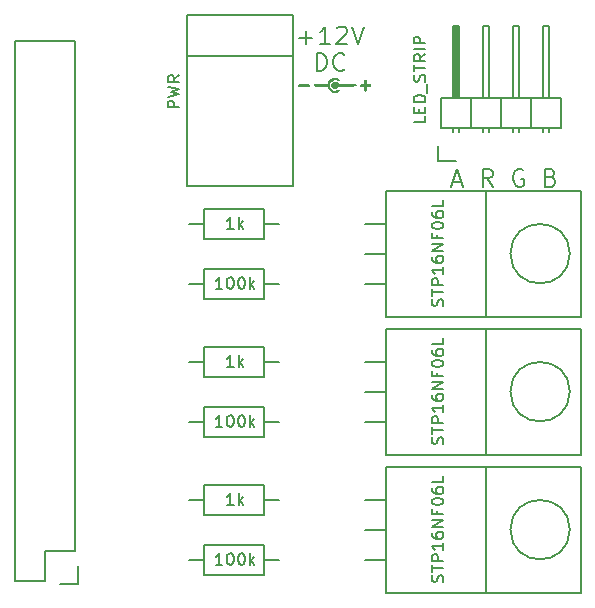
<source format=gto>
G04 #@! TF.FileFunction,Legend,Top*
%FSLAX46Y46*%
G04 Gerber Fmt 4.6, Leading zero omitted, Abs format (unit mm)*
G04 Created by KiCad (PCBNEW (2015-08-15 BZR 6094)-product) date Mon 17 Aug 2015 18:15:34 BST*
%MOMM*%
G01*
G04 APERTURE LIST*
%ADD10C,0.100000*%
%ADD11C,0.150000*%
%ADD12C,0.010000*%
G04 APERTURE END LIST*
D10*
D11*
X128266572Y-74164000D02*
X128980858Y-74164000D01*
X128123715Y-74592571D02*
X128623715Y-73092571D01*
X129123715Y-74592571D01*
X131623715Y-74592571D02*
X131123715Y-73878286D01*
X130766572Y-74592571D02*
X130766572Y-73092571D01*
X131338000Y-73092571D01*
X131480858Y-73164000D01*
X131552286Y-73235429D01*
X131623715Y-73378286D01*
X131623715Y-73592571D01*
X131552286Y-73735429D01*
X131480858Y-73806857D01*
X131338000Y-73878286D01*
X130766572Y-73878286D01*
X134195143Y-73164000D02*
X134052286Y-73092571D01*
X133838000Y-73092571D01*
X133623715Y-73164000D01*
X133480857Y-73306857D01*
X133409429Y-73449714D01*
X133338000Y-73735429D01*
X133338000Y-73949714D01*
X133409429Y-74235429D01*
X133480857Y-74378286D01*
X133623715Y-74521143D01*
X133838000Y-74592571D01*
X133980857Y-74592571D01*
X134195143Y-74521143D01*
X134266572Y-74449714D01*
X134266572Y-73949714D01*
X133980857Y-73949714D01*
X136552286Y-73806857D02*
X136766572Y-73878286D01*
X136838000Y-73949714D01*
X136909429Y-74092571D01*
X136909429Y-74306857D01*
X136838000Y-74449714D01*
X136766572Y-74521143D01*
X136623714Y-74592571D01*
X136052286Y-74592571D01*
X136052286Y-73092571D01*
X136552286Y-73092571D01*
X136695143Y-73164000D01*
X136766572Y-73235429D01*
X136838000Y-73378286D01*
X136838000Y-73521143D01*
X136766572Y-73664000D01*
X136695143Y-73735429D01*
X136552286Y-73806857D01*
X136052286Y-73806857D01*
X115213144Y-61974143D02*
X116356001Y-61974143D01*
X115784572Y-62545571D02*
X115784572Y-61402714D01*
X117856001Y-62545571D02*
X116998858Y-62545571D01*
X117427430Y-62545571D02*
X117427430Y-61045571D01*
X117284573Y-61259857D01*
X117141715Y-61402714D01*
X116998858Y-61474143D01*
X118427429Y-61188429D02*
X118498858Y-61117000D01*
X118641715Y-61045571D01*
X118998858Y-61045571D01*
X119141715Y-61117000D01*
X119213144Y-61188429D01*
X119284572Y-61331286D01*
X119284572Y-61474143D01*
X119213144Y-61688429D01*
X118356001Y-62545571D01*
X119284572Y-62545571D01*
X119713143Y-61045571D02*
X120213143Y-62545571D01*
X120713143Y-61045571D01*
X116713143Y-64795571D02*
X116713143Y-63295571D01*
X117070286Y-63295571D01*
X117284571Y-63367000D01*
X117427429Y-63509857D01*
X117498857Y-63652714D01*
X117570286Y-63938429D01*
X117570286Y-64152714D01*
X117498857Y-64438429D01*
X117427429Y-64581286D01*
X117284571Y-64724143D01*
X117070286Y-64795571D01*
X116713143Y-64795571D01*
X119070286Y-64652714D02*
X118998857Y-64724143D01*
X118784571Y-64795571D01*
X118641714Y-64795571D01*
X118427429Y-64724143D01*
X118284571Y-64581286D01*
X118213143Y-64438429D01*
X118141714Y-64152714D01*
X118141714Y-63938429D01*
X118213143Y-63652714D01*
X118284571Y-63509857D01*
X118427429Y-63367000D01*
X118641714Y-63295571D01*
X118784571Y-63295571D01*
X118998857Y-63367000D01*
X119070286Y-63438429D01*
X114736880Y-63563500D02*
X105735120Y-63563500D01*
X114736880Y-60063380D02*
X105735120Y-60063380D01*
X105735120Y-60063380D02*
X105735120Y-74564240D01*
X105735120Y-74564240D02*
X114736880Y-74564240D01*
X114736880Y-74564240D02*
X114736880Y-60063380D01*
X126974000Y-72420000D02*
X128524000Y-72420000D01*
X126974000Y-71120000D02*
X126974000Y-72420000D01*
X128397000Y-66929000D02*
X128397000Y-61087000D01*
X128397000Y-61087000D02*
X128651000Y-61087000D01*
X128651000Y-61087000D02*
X128651000Y-66929000D01*
X128651000Y-66929000D02*
X128524000Y-66929000D01*
X128524000Y-66929000D02*
X128524000Y-61087000D01*
X128270000Y-69596000D02*
X128270000Y-69977000D01*
X128778000Y-69596000D02*
X128778000Y-69977000D01*
X130810000Y-69596000D02*
X130810000Y-69977000D01*
X131318000Y-69596000D02*
X131318000Y-69977000D01*
X133350000Y-69596000D02*
X133350000Y-69977000D01*
X133858000Y-69596000D02*
X133858000Y-69977000D01*
X136398000Y-69596000D02*
X136398000Y-69977000D01*
X135890000Y-69596000D02*
X135890000Y-69977000D01*
X127254000Y-69596000D02*
X127254000Y-67056000D01*
X129794000Y-69596000D02*
X129794000Y-67056000D01*
X129794000Y-69596000D02*
X132334000Y-69596000D01*
X132334000Y-69596000D02*
X132334000Y-67056000D01*
X130810000Y-67056000D02*
X130810000Y-60960000D01*
X130810000Y-60960000D02*
X131318000Y-60960000D01*
X131318000Y-60960000D02*
X131318000Y-67056000D01*
X132334000Y-67056000D02*
X129794000Y-67056000D01*
X129794000Y-67056000D02*
X127254000Y-67056000D01*
X128778000Y-60960000D02*
X128778000Y-67056000D01*
X128270000Y-60960000D02*
X128778000Y-60960000D01*
X128270000Y-67056000D02*
X128270000Y-60960000D01*
X129794000Y-69596000D02*
X129794000Y-67056000D01*
X127254000Y-69596000D02*
X129794000Y-69596000D01*
X134874000Y-69596000D02*
X134874000Y-67056000D01*
X134874000Y-69596000D02*
X137414000Y-69596000D01*
X137414000Y-69596000D02*
X137414000Y-67056000D01*
X135890000Y-67056000D02*
X135890000Y-60960000D01*
X135890000Y-60960000D02*
X136398000Y-60960000D01*
X136398000Y-60960000D02*
X136398000Y-67056000D01*
X137414000Y-67056000D02*
X134874000Y-67056000D01*
X134874000Y-67056000D02*
X132334000Y-67056000D01*
X133858000Y-60960000D02*
X133858000Y-67056000D01*
X133350000Y-60960000D02*
X133858000Y-60960000D01*
X133350000Y-67056000D02*
X133350000Y-60960000D01*
X134874000Y-69596000D02*
X134874000Y-67056000D01*
X132334000Y-69596000D02*
X134874000Y-69596000D01*
X132334000Y-69596000D02*
X132334000Y-67056000D01*
X112268000Y-78994000D02*
X107188000Y-78994000D01*
X107188000Y-78994000D02*
X107188000Y-76454000D01*
X107188000Y-76454000D02*
X112268000Y-76454000D01*
X112268000Y-76454000D02*
X112268000Y-78994000D01*
X112268000Y-77724000D02*
X113538000Y-77724000D01*
X107188000Y-77724000D02*
X105918000Y-77724000D01*
X112268000Y-90678000D02*
X107188000Y-90678000D01*
X107188000Y-90678000D02*
X107188000Y-88138000D01*
X107188000Y-88138000D02*
X112268000Y-88138000D01*
X112268000Y-88138000D02*
X112268000Y-90678000D01*
X112268000Y-89408000D02*
X113538000Y-89408000D01*
X107188000Y-89408000D02*
X105918000Y-89408000D01*
X112268000Y-102362000D02*
X107188000Y-102362000D01*
X107188000Y-102362000D02*
X107188000Y-99822000D01*
X107188000Y-99822000D02*
X112268000Y-99822000D01*
X112268000Y-99822000D02*
X112268000Y-102362000D01*
X112268000Y-101092000D02*
X113538000Y-101092000D01*
X107188000Y-101092000D02*
X105918000Y-101092000D01*
X112268000Y-84074000D02*
X107188000Y-84074000D01*
X107188000Y-84074000D02*
X107188000Y-81534000D01*
X107188000Y-81534000D02*
X112268000Y-81534000D01*
X112268000Y-81534000D02*
X112268000Y-84074000D01*
X112268000Y-82804000D02*
X113538000Y-82804000D01*
X107188000Y-82804000D02*
X105918000Y-82804000D01*
X112268000Y-95758000D02*
X107188000Y-95758000D01*
X107188000Y-95758000D02*
X107188000Y-93218000D01*
X107188000Y-93218000D02*
X112268000Y-93218000D01*
X112268000Y-93218000D02*
X112268000Y-95758000D01*
X112268000Y-94488000D02*
X113538000Y-94488000D01*
X107188000Y-94488000D02*
X105918000Y-94488000D01*
X112268000Y-107442000D02*
X107188000Y-107442000D01*
X107188000Y-107442000D02*
X107188000Y-104902000D01*
X107188000Y-104902000D02*
X112268000Y-104902000D01*
X112268000Y-104902000D02*
X112268000Y-107442000D01*
X112268000Y-106172000D02*
X113538000Y-106172000D01*
X107188000Y-106172000D02*
X105918000Y-106172000D01*
X138150472Y-80264000D02*
G75*
G03X138150472Y-80264000I-2514472J0D01*
G01*
X122555000Y-77724000D02*
X120777000Y-77724000D01*
X122555000Y-80264000D02*
X120777000Y-80264000D01*
X122555000Y-82804000D02*
X120777000Y-82804000D01*
X131064000Y-85598000D02*
X139065000Y-85598000D01*
X139065000Y-85598000D02*
X139065000Y-74930000D01*
X139065000Y-74930000D02*
X131064000Y-74930000D01*
X122555000Y-85598000D02*
X131064000Y-85598000D01*
X131064000Y-85598000D02*
X131064000Y-74930000D01*
X131064000Y-74930000D02*
X122555000Y-74930000D01*
X122555000Y-80264000D02*
X122555000Y-74930000D01*
X122555000Y-80264000D02*
X122555000Y-85598000D01*
X138150472Y-91948000D02*
G75*
G03X138150472Y-91948000I-2514472J0D01*
G01*
X122555000Y-89408000D02*
X120777000Y-89408000D01*
X122555000Y-91948000D02*
X120777000Y-91948000D01*
X122555000Y-94488000D02*
X120777000Y-94488000D01*
X131064000Y-97282000D02*
X139065000Y-97282000D01*
X139065000Y-97282000D02*
X139065000Y-86614000D01*
X139065000Y-86614000D02*
X131064000Y-86614000D01*
X122555000Y-97282000D02*
X131064000Y-97282000D01*
X131064000Y-97282000D02*
X131064000Y-86614000D01*
X131064000Y-86614000D02*
X122555000Y-86614000D01*
X122555000Y-91948000D02*
X122555000Y-86614000D01*
X122555000Y-91948000D02*
X122555000Y-97282000D01*
X138150472Y-103632000D02*
G75*
G03X138150472Y-103632000I-2514472J0D01*
G01*
X122555000Y-101092000D02*
X120777000Y-101092000D01*
X122555000Y-103632000D02*
X120777000Y-103632000D01*
X122555000Y-106172000D02*
X120777000Y-106172000D01*
X131064000Y-108966000D02*
X139065000Y-108966000D01*
X139065000Y-108966000D02*
X139065000Y-98298000D01*
X139065000Y-98298000D02*
X131064000Y-98298000D01*
X122555000Y-108966000D02*
X131064000Y-108966000D01*
X131064000Y-108966000D02*
X131064000Y-98298000D01*
X131064000Y-98298000D02*
X122555000Y-98298000D01*
X122555000Y-103632000D02*
X122555000Y-98298000D01*
X122555000Y-103632000D02*
X122555000Y-108966000D01*
X91186000Y-107950000D02*
X91186000Y-62230000D01*
X96266000Y-62230000D02*
X96266000Y-105410000D01*
X91186000Y-62230000D02*
X96266000Y-62230000D01*
X91186000Y-107950000D02*
X93726000Y-107950000D01*
X94996000Y-108230000D02*
X96546000Y-108230000D01*
X93726000Y-107950000D02*
X93726000Y-105410000D01*
X93726000Y-105410000D02*
X96266000Y-105410000D01*
X96546000Y-108230000D02*
X96546000Y-106680000D01*
D12*
G36*
X118467841Y-65411795D02*
X118548038Y-65467343D01*
X118577372Y-65523872D01*
X118553939Y-65559719D01*
X118480416Y-65554686D01*
X118318621Y-65510704D01*
X118203957Y-65498887D01*
X118105920Y-65517617D01*
X118065900Y-65532732D01*
X117899192Y-65641387D01*
X117800630Y-65799980D01*
X117771333Y-65986442D01*
X117782120Y-66117752D01*
X117826428Y-66217448D01*
X117919527Y-66323660D01*
X118019365Y-66413885D01*
X118102829Y-66453471D01*
X118207271Y-66457214D01*
X118247610Y-66453628D01*
X118378852Y-66434512D01*
X118483048Y-66409479D01*
X118501583Y-66402505D01*
X118562103Y-66394633D01*
X118575666Y-66436148D01*
X118538608Y-66513933D01*
X118441539Y-66565785D01*
X118305615Y-66589858D01*
X118151994Y-66584306D01*
X118001832Y-66547282D01*
X117900305Y-66495083D01*
X117730943Y-66327610D01*
X117627624Y-66114083D01*
X117609986Y-66084045D01*
X117569912Y-66063335D01*
X117493865Y-66050270D01*
X117368305Y-66043167D01*
X117179695Y-66040342D01*
X117031828Y-66040000D01*
X116797362Y-66038665D01*
X116635223Y-66033750D01*
X116533102Y-66023890D01*
X116478686Y-66007721D01*
X116459666Y-65983878D01*
X116459000Y-65976500D01*
X116470863Y-65950890D01*
X116514541Y-65933049D01*
X116602162Y-65921677D01*
X116745859Y-65915475D01*
X116957759Y-65913142D01*
X117051666Y-65913000D01*
X117289715Y-65911820D01*
X117455459Y-65907371D01*
X117561238Y-65898285D01*
X117619392Y-65883198D01*
X117642263Y-65860743D01*
X117644333Y-65847398D01*
X117683217Y-65692210D01*
X117787221Y-65556898D01*
X117937371Y-65451496D01*
X118114693Y-65386041D01*
X118300214Y-65370570D01*
X118467841Y-65411795D01*
X118467841Y-65411795D01*
G37*
X118467841Y-65411795D02*
X118548038Y-65467343D01*
X118577372Y-65523872D01*
X118553939Y-65559719D01*
X118480416Y-65554686D01*
X118318621Y-65510704D01*
X118203957Y-65498887D01*
X118105920Y-65517617D01*
X118065900Y-65532732D01*
X117899192Y-65641387D01*
X117800630Y-65799980D01*
X117771333Y-65986442D01*
X117782120Y-66117752D01*
X117826428Y-66217448D01*
X117919527Y-66323660D01*
X118019365Y-66413885D01*
X118102829Y-66453471D01*
X118207271Y-66457214D01*
X118247610Y-66453628D01*
X118378852Y-66434512D01*
X118483048Y-66409479D01*
X118501583Y-66402505D01*
X118562103Y-66394633D01*
X118575666Y-66436148D01*
X118538608Y-66513933D01*
X118441539Y-66565785D01*
X118305615Y-66589858D01*
X118151994Y-66584306D01*
X118001832Y-66547282D01*
X117900305Y-66495083D01*
X117730943Y-66327610D01*
X117627624Y-66114083D01*
X117609986Y-66084045D01*
X117569912Y-66063335D01*
X117493865Y-66050270D01*
X117368305Y-66043167D01*
X117179695Y-66040342D01*
X117031828Y-66040000D01*
X116797362Y-66038665D01*
X116635223Y-66033750D01*
X116533102Y-66023890D01*
X116478686Y-66007721D01*
X116459666Y-65983878D01*
X116459000Y-65976500D01*
X116470863Y-65950890D01*
X116514541Y-65933049D01*
X116602162Y-65921677D01*
X116745859Y-65915475D01*
X116957759Y-65913142D01*
X117051666Y-65913000D01*
X117289715Y-65911820D01*
X117455459Y-65907371D01*
X117561238Y-65898285D01*
X117619392Y-65883198D01*
X117642263Y-65860743D01*
X117644333Y-65847398D01*
X117683217Y-65692210D01*
X117787221Y-65556898D01*
X117937371Y-65451496D01*
X118114693Y-65386041D01*
X118300214Y-65370570D01*
X118467841Y-65411795D01*
G36*
X120898526Y-65595583D02*
X120903991Y-65710721D01*
X120904000Y-65717971D01*
X120904000Y-65913000D01*
X121097604Y-65913000D01*
X121216828Y-65918225D01*
X121270612Y-65939089D01*
X121277818Y-65983373D01*
X121277155Y-65987083D01*
X121238606Y-66040697D01*
X121138397Y-66068877D01*
X121085872Y-66074071D01*
X120973881Y-66086678D01*
X120920816Y-66119458D01*
X120901081Y-66197611D01*
X120895737Y-66261280D01*
X120871837Y-66390138D01*
X120828162Y-66453784D01*
X120771563Y-66443147D01*
X120763770Y-66435993D01*
X120744790Y-66378098D01*
X120735020Y-66272245D01*
X120734666Y-66247045D01*
X120730168Y-66146577D01*
X120700914Y-66098397D01*
X120623264Y-66079794D01*
X120554750Y-66074184D01*
X120428993Y-66053535D01*
X120377282Y-66013002D01*
X120374833Y-65997667D01*
X120407559Y-65950914D01*
X120511800Y-65925121D01*
X120554750Y-65921149D01*
X120667440Y-65909150D01*
X120719287Y-65879249D01*
X120733920Y-65807817D01*
X120734666Y-65741232D01*
X120738651Y-65636042D01*
X120748588Y-65578193D01*
X120752370Y-65574333D01*
X120802133Y-65561164D01*
X120837037Y-65548637D01*
X120878426Y-65547162D01*
X120898526Y-65595583D01*
X120898526Y-65595583D01*
G37*
X120898526Y-65595583D02*
X120903991Y-65710721D01*
X120904000Y-65717971D01*
X120904000Y-65913000D01*
X121097604Y-65913000D01*
X121216828Y-65918225D01*
X121270612Y-65939089D01*
X121277818Y-65983373D01*
X121277155Y-65987083D01*
X121238606Y-66040697D01*
X121138397Y-66068877D01*
X121085872Y-66074071D01*
X120973881Y-66086678D01*
X120920816Y-66119458D01*
X120901081Y-66197611D01*
X120895737Y-66261280D01*
X120871837Y-66390138D01*
X120828162Y-66453784D01*
X120771563Y-66443147D01*
X120763770Y-66435993D01*
X120744790Y-66378098D01*
X120735020Y-66272245D01*
X120734666Y-66247045D01*
X120730168Y-66146577D01*
X120700914Y-66098397D01*
X120623264Y-66079794D01*
X120554750Y-66074184D01*
X120428993Y-66053535D01*
X120377282Y-66013002D01*
X120374833Y-65997667D01*
X120407559Y-65950914D01*
X120511800Y-65925121D01*
X120554750Y-65921149D01*
X120667440Y-65909150D01*
X120719287Y-65879249D01*
X120733920Y-65807817D01*
X120734666Y-65741232D01*
X120738651Y-65636042D01*
X120748588Y-65578193D01*
X120752370Y-65574333D01*
X120802133Y-65561164D01*
X120837037Y-65548637D01*
X120878426Y-65547162D01*
X120898526Y-65595583D01*
G36*
X118417928Y-65763067D02*
X118466125Y-65807167D01*
X118504055Y-65845581D01*
X118544666Y-65873353D01*
X118601385Y-65892211D01*
X118687638Y-65903879D01*
X118816854Y-65910082D01*
X119002459Y-65912547D01*
X119257880Y-65912999D01*
X119289604Y-65913000D01*
X119557461Y-65913956D01*
X119751753Y-65917470D01*
X119883566Y-65924514D01*
X119963987Y-65936057D01*
X120004103Y-65953071D01*
X120015000Y-65976500D01*
X120004141Y-65999799D01*
X119964221Y-66016745D01*
X119884228Y-66028288D01*
X119753146Y-66035377D01*
X119559962Y-66038964D01*
X119293662Y-66039998D01*
X119279035Y-66040000D01*
X118543070Y-66040000D01*
X118473726Y-66145833D01*
X118376266Y-66225437D01*
X118242597Y-66254444D01*
X118107468Y-66228443D01*
X118056908Y-66198750D01*
X117974380Y-66088619D01*
X117962783Y-65953719D01*
X118024081Y-65818396D01*
X118026013Y-65815918D01*
X118145607Y-65721175D01*
X118282486Y-65703434D01*
X118417928Y-65763067D01*
X118417928Y-65763067D01*
G37*
X118417928Y-65763067D02*
X118466125Y-65807167D01*
X118504055Y-65845581D01*
X118544666Y-65873353D01*
X118601385Y-65892211D01*
X118687638Y-65903879D01*
X118816854Y-65910082D01*
X119002459Y-65912547D01*
X119257880Y-65912999D01*
X119289604Y-65913000D01*
X119557461Y-65913956D01*
X119751753Y-65917470D01*
X119883566Y-65924514D01*
X119963987Y-65936057D01*
X120004103Y-65953071D01*
X120015000Y-65976500D01*
X120004141Y-65999799D01*
X119964221Y-66016745D01*
X119884228Y-66028288D01*
X119753146Y-66035377D01*
X119559962Y-66038964D01*
X119293662Y-66039998D01*
X119279035Y-66040000D01*
X118543070Y-66040000D01*
X118473726Y-66145833D01*
X118376266Y-66225437D01*
X118242597Y-66254444D01*
X118107468Y-66228443D01*
X118056908Y-66198750D01*
X117974380Y-66088619D01*
X117962783Y-65953719D01*
X118024081Y-65818396D01*
X118026013Y-65815918D01*
X118145607Y-65721175D01*
X118282486Y-65703434D01*
X118417928Y-65763067D01*
G36*
X115833574Y-65919489D02*
X115993932Y-65938860D01*
X116071757Y-65970968D01*
X116066562Y-66015668D01*
X116030506Y-66044085D01*
X115961493Y-66062074D01*
X115835721Y-66074037D01*
X115675458Y-66080075D01*
X115502972Y-66080287D01*
X115340529Y-66074775D01*
X115210398Y-66063639D01*
X115134845Y-66046979D01*
X115125500Y-66040000D01*
X115111204Y-65986594D01*
X115150795Y-65949466D01*
X115252487Y-65926377D01*
X115424500Y-65915085D01*
X115591166Y-65913000D01*
X115833574Y-65919489D01*
X115833574Y-65919489D01*
G37*
X115833574Y-65919489D02*
X115993932Y-65938860D01*
X116071757Y-65970968D01*
X116066562Y-66015668D01*
X116030506Y-66044085D01*
X115961493Y-66062074D01*
X115835721Y-66074037D01*
X115675458Y-66080075D01*
X115502972Y-66080287D01*
X115340529Y-66074775D01*
X115210398Y-66063639D01*
X115134845Y-66046979D01*
X115125500Y-66040000D01*
X115111204Y-65986594D01*
X115150795Y-65949466D01*
X115252487Y-65926377D01*
X115424500Y-65915085D01*
X115591166Y-65913000D01*
X115833574Y-65919489D01*
D11*
X105100381Y-67881333D02*
X104100381Y-67881333D01*
X104100381Y-67500380D01*
X104148000Y-67405142D01*
X104195619Y-67357523D01*
X104290857Y-67309904D01*
X104433714Y-67309904D01*
X104528952Y-67357523D01*
X104576571Y-67405142D01*
X104624190Y-67500380D01*
X104624190Y-67881333D01*
X104100381Y-66976571D02*
X105100381Y-66738476D01*
X104386095Y-66547999D01*
X105100381Y-66357523D01*
X104100381Y-66119428D01*
X105100381Y-65167047D02*
X104624190Y-65500381D01*
X105100381Y-65738476D02*
X104100381Y-65738476D01*
X104100381Y-65357523D01*
X104148000Y-65262285D01*
X104195619Y-65214666D01*
X104290857Y-65167047D01*
X104433714Y-65167047D01*
X104528952Y-65214666D01*
X104576571Y-65262285D01*
X104624190Y-65357523D01*
X104624190Y-65738476D01*
X125928381Y-68651047D02*
X125928381Y-69127238D01*
X124928381Y-69127238D01*
X125404571Y-68317714D02*
X125404571Y-67984380D01*
X125928381Y-67841523D02*
X125928381Y-68317714D01*
X124928381Y-68317714D01*
X124928381Y-67841523D01*
X125928381Y-67412952D02*
X124928381Y-67412952D01*
X124928381Y-67174857D01*
X124976000Y-67031999D01*
X125071238Y-66936761D01*
X125166476Y-66889142D01*
X125356952Y-66841523D01*
X125499810Y-66841523D01*
X125690286Y-66889142D01*
X125785524Y-66936761D01*
X125880762Y-67031999D01*
X125928381Y-67174857D01*
X125928381Y-67412952D01*
X126023619Y-66651047D02*
X126023619Y-65889142D01*
X125880762Y-65698666D02*
X125928381Y-65555809D01*
X125928381Y-65317713D01*
X125880762Y-65222475D01*
X125833143Y-65174856D01*
X125737905Y-65127237D01*
X125642667Y-65127237D01*
X125547429Y-65174856D01*
X125499810Y-65222475D01*
X125452190Y-65317713D01*
X125404571Y-65508190D01*
X125356952Y-65603428D01*
X125309333Y-65651047D01*
X125214095Y-65698666D01*
X125118857Y-65698666D01*
X125023619Y-65651047D01*
X124976000Y-65603428D01*
X124928381Y-65508190D01*
X124928381Y-65270094D01*
X124976000Y-65127237D01*
X124928381Y-64841523D02*
X124928381Y-64270094D01*
X125928381Y-64555809D02*
X124928381Y-64555809D01*
X125928381Y-63365332D02*
X125452190Y-63698666D01*
X125928381Y-63936761D02*
X124928381Y-63936761D01*
X124928381Y-63555808D01*
X124976000Y-63460570D01*
X125023619Y-63412951D01*
X125118857Y-63365332D01*
X125261714Y-63365332D01*
X125356952Y-63412951D01*
X125404571Y-63460570D01*
X125452190Y-63555808D01*
X125452190Y-63936761D01*
X125928381Y-62936761D02*
X124928381Y-62936761D01*
X125928381Y-62460571D02*
X124928381Y-62460571D01*
X124928381Y-62079618D01*
X124976000Y-61984380D01*
X125023619Y-61936761D01*
X125118857Y-61889142D01*
X125261714Y-61889142D01*
X125356952Y-61936761D01*
X125404571Y-61984380D01*
X125452190Y-62079618D01*
X125452190Y-62460571D01*
X109688953Y-78176381D02*
X109117524Y-78176381D01*
X109403238Y-78176381D02*
X109403238Y-77176381D01*
X109308000Y-77319238D01*
X109212762Y-77414476D01*
X109117524Y-77462095D01*
X110117524Y-78176381D02*
X110117524Y-77176381D01*
X110212762Y-77795429D02*
X110498477Y-78176381D01*
X110498477Y-77509714D02*
X110117524Y-77890667D01*
X109688953Y-89860381D02*
X109117524Y-89860381D01*
X109403238Y-89860381D02*
X109403238Y-88860381D01*
X109308000Y-89003238D01*
X109212762Y-89098476D01*
X109117524Y-89146095D01*
X110117524Y-89860381D02*
X110117524Y-88860381D01*
X110212762Y-89479429D02*
X110498477Y-89860381D01*
X110498477Y-89193714D02*
X110117524Y-89574667D01*
X109688953Y-101544381D02*
X109117524Y-101544381D01*
X109403238Y-101544381D02*
X109403238Y-100544381D01*
X109308000Y-100687238D01*
X109212762Y-100782476D01*
X109117524Y-100830095D01*
X110117524Y-101544381D02*
X110117524Y-100544381D01*
X110212762Y-101163429D02*
X110498477Y-101544381D01*
X110498477Y-100877714D02*
X110117524Y-101258667D01*
X108736572Y-83256381D02*
X108165143Y-83256381D01*
X108450857Y-83256381D02*
X108450857Y-82256381D01*
X108355619Y-82399238D01*
X108260381Y-82494476D01*
X108165143Y-82542095D01*
X109355619Y-82256381D02*
X109450858Y-82256381D01*
X109546096Y-82304000D01*
X109593715Y-82351619D01*
X109641334Y-82446857D01*
X109688953Y-82637333D01*
X109688953Y-82875429D01*
X109641334Y-83065905D01*
X109593715Y-83161143D01*
X109546096Y-83208762D01*
X109450858Y-83256381D01*
X109355619Y-83256381D01*
X109260381Y-83208762D01*
X109212762Y-83161143D01*
X109165143Y-83065905D01*
X109117524Y-82875429D01*
X109117524Y-82637333D01*
X109165143Y-82446857D01*
X109212762Y-82351619D01*
X109260381Y-82304000D01*
X109355619Y-82256381D01*
X110308000Y-82256381D02*
X110403239Y-82256381D01*
X110498477Y-82304000D01*
X110546096Y-82351619D01*
X110593715Y-82446857D01*
X110641334Y-82637333D01*
X110641334Y-82875429D01*
X110593715Y-83065905D01*
X110546096Y-83161143D01*
X110498477Y-83208762D01*
X110403239Y-83256381D01*
X110308000Y-83256381D01*
X110212762Y-83208762D01*
X110165143Y-83161143D01*
X110117524Y-83065905D01*
X110069905Y-82875429D01*
X110069905Y-82637333D01*
X110117524Y-82446857D01*
X110165143Y-82351619D01*
X110212762Y-82304000D01*
X110308000Y-82256381D01*
X111069905Y-83256381D02*
X111069905Y-82256381D01*
X111165143Y-82875429D02*
X111450858Y-83256381D01*
X111450858Y-82589714D02*
X111069905Y-82970667D01*
X108736572Y-94940381D02*
X108165143Y-94940381D01*
X108450857Y-94940381D02*
X108450857Y-93940381D01*
X108355619Y-94083238D01*
X108260381Y-94178476D01*
X108165143Y-94226095D01*
X109355619Y-93940381D02*
X109450858Y-93940381D01*
X109546096Y-93988000D01*
X109593715Y-94035619D01*
X109641334Y-94130857D01*
X109688953Y-94321333D01*
X109688953Y-94559429D01*
X109641334Y-94749905D01*
X109593715Y-94845143D01*
X109546096Y-94892762D01*
X109450858Y-94940381D01*
X109355619Y-94940381D01*
X109260381Y-94892762D01*
X109212762Y-94845143D01*
X109165143Y-94749905D01*
X109117524Y-94559429D01*
X109117524Y-94321333D01*
X109165143Y-94130857D01*
X109212762Y-94035619D01*
X109260381Y-93988000D01*
X109355619Y-93940381D01*
X110308000Y-93940381D02*
X110403239Y-93940381D01*
X110498477Y-93988000D01*
X110546096Y-94035619D01*
X110593715Y-94130857D01*
X110641334Y-94321333D01*
X110641334Y-94559429D01*
X110593715Y-94749905D01*
X110546096Y-94845143D01*
X110498477Y-94892762D01*
X110403239Y-94940381D01*
X110308000Y-94940381D01*
X110212762Y-94892762D01*
X110165143Y-94845143D01*
X110117524Y-94749905D01*
X110069905Y-94559429D01*
X110069905Y-94321333D01*
X110117524Y-94130857D01*
X110165143Y-94035619D01*
X110212762Y-93988000D01*
X110308000Y-93940381D01*
X111069905Y-94940381D02*
X111069905Y-93940381D01*
X111165143Y-94559429D02*
X111450858Y-94940381D01*
X111450858Y-94273714D02*
X111069905Y-94654667D01*
X108736572Y-106624381D02*
X108165143Y-106624381D01*
X108450857Y-106624381D02*
X108450857Y-105624381D01*
X108355619Y-105767238D01*
X108260381Y-105862476D01*
X108165143Y-105910095D01*
X109355619Y-105624381D02*
X109450858Y-105624381D01*
X109546096Y-105672000D01*
X109593715Y-105719619D01*
X109641334Y-105814857D01*
X109688953Y-106005333D01*
X109688953Y-106243429D01*
X109641334Y-106433905D01*
X109593715Y-106529143D01*
X109546096Y-106576762D01*
X109450858Y-106624381D01*
X109355619Y-106624381D01*
X109260381Y-106576762D01*
X109212762Y-106529143D01*
X109165143Y-106433905D01*
X109117524Y-106243429D01*
X109117524Y-106005333D01*
X109165143Y-105814857D01*
X109212762Y-105719619D01*
X109260381Y-105672000D01*
X109355619Y-105624381D01*
X110308000Y-105624381D02*
X110403239Y-105624381D01*
X110498477Y-105672000D01*
X110546096Y-105719619D01*
X110593715Y-105814857D01*
X110641334Y-106005333D01*
X110641334Y-106243429D01*
X110593715Y-106433905D01*
X110546096Y-106529143D01*
X110498477Y-106576762D01*
X110403239Y-106624381D01*
X110308000Y-106624381D01*
X110212762Y-106576762D01*
X110165143Y-106529143D01*
X110117524Y-106433905D01*
X110069905Y-106243429D01*
X110069905Y-106005333D01*
X110117524Y-105814857D01*
X110165143Y-105719619D01*
X110212762Y-105672000D01*
X110308000Y-105624381D01*
X111069905Y-106624381D02*
X111069905Y-105624381D01*
X111165143Y-106243429D02*
X111450858Y-106624381D01*
X111450858Y-105957714D02*
X111069905Y-106338667D01*
X127404762Y-84692572D02*
X127452381Y-84549715D01*
X127452381Y-84311619D01*
X127404762Y-84216381D01*
X127357143Y-84168762D01*
X127261905Y-84121143D01*
X127166667Y-84121143D01*
X127071429Y-84168762D01*
X127023810Y-84216381D01*
X126976190Y-84311619D01*
X126928571Y-84502096D01*
X126880952Y-84597334D01*
X126833333Y-84644953D01*
X126738095Y-84692572D01*
X126642857Y-84692572D01*
X126547619Y-84644953D01*
X126500000Y-84597334D01*
X126452381Y-84502096D01*
X126452381Y-84264000D01*
X126500000Y-84121143D01*
X126452381Y-83835429D02*
X126452381Y-83264000D01*
X127452381Y-83549715D02*
X126452381Y-83549715D01*
X127452381Y-82930667D02*
X126452381Y-82930667D01*
X126452381Y-82549714D01*
X126500000Y-82454476D01*
X126547619Y-82406857D01*
X126642857Y-82359238D01*
X126785714Y-82359238D01*
X126880952Y-82406857D01*
X126928571Y-82454476D01*
X126976190Y-82549714D01*
X126976190Y-82930667D01*
X127452381Y-81406857D02*
X127452381Y-81978286D01*
X127452381Y-81692572D02*
X126452381Y-81692572D01*
X126595238Y-81787810D01*
X126690476Y-81883048D01*
X126738095Y-81978286D01*
X126452381Y-80549714D02*
X126452381Y-80740191D01*
X126500000Y-80835429D01*
X126547619Y-80883048D01*
X126690476Y-80978286D01*
X126880952Y-81025905D01*
X127261905Y-81025905D01*
X127357143Y-80978286D01*
X127404762Y-80930667D01*
X127452381Y-80835429D01*
X127452381Y-80644952D01*
X127404762Y-80549714D01*
X127357143Y-80502095D01*
X127261905Y-80454476D01*
X127023810Y-80454476D01*
X126928571Y-80502095D01*
X126880952Y-80549714D01*
X126833333Y-80644952D01*
X126833333Y-80835429D01*
X126880952Y-80930667D01*
X126928571Y-80978286D01*
X127023810Y-81025905D01*
X127452381Y-80025905D02*
X126452381Y-80025905D01*
X127452381Y-79454476D01*
X126452381Y-79454476D01*
X126928571Y-78644952D02*
X126928571Y-78978286D01*
X127452381Y-78978286D02*
X126452381Y-78978286D01*
X126452381Y-78502095D01*
X126452381Y-77930667D02*
X126452381Y-77835428D01*
X126500000Y-77740190D01*
X126547619Y-77692571D01*
X126642857Y-77644952D01*
X126833333Y-77597333D01*
X127071429Y-77597333D01*
X127261905Y-77644952D01*
X127357143Y-77692571D01*
X127404762Y-77740190D01*
X127452381Y-77835428D01*
X127452381Y-77930667D01*
X127404762Y-78025905D01*
X127357143Y-78073524D01*
X127261905Y-78121143D01*
X127071429Y-78168762D01*
X126833333Y-78168762D01*
X126642857Y-78121143D01*
X126547619Y-78073524D01*
X126500000Y-78025905D01*
X126452381Y-77930667D01*
X126452381Y-76740190D02*
X126452381Y-76930667D01*
X126500000Y-77025905D01*
X126547619Y-77073524D01*
X126690476Y-77168762D01*
X126880952Y-77216381D01*
X127261905Y-77216381D01*
X127357143Y-77168762D01*
X127404762Y-77121143D01*
X127452381Y-77025905D01*
X127452381Y-76835428D01*
X127404762Y-76740190D01*
X127357143Y-76692571D01*
X127261905Y-76644952D01*
X127023810Y-76644952D01*
X126928571Y-76692571D01*
X126880952Y-76740190D01*
X126833333Y-76835428D01*
X126833333Y-77025905D01*
X126880952Y-77121143D01*
X126928571Y-77168762D01*
X127023810Y-77216381D01*
X127452381Y-75740190D02*
X127452381Y-76216381D01*
X126452381Y-76216381D01*
X127404762Y-96376572D02*
X127452381Y-96233715D01*
X127452381Y-95995619D01*
X127404762Y-95900381D01*
X127357143Y-95852762D01*
X127261905Y-95805143D01*
X127166667Y-95805143D01*
X127071429Y-95852762D01*
X127023810Y-95900381D01*
X126976190Y-95995619D01*
X126928571Y-96186096D01*
X126880952Y-96281334D01*
X126833333Y-96328953D01*
X126738095Y-96376572D01*
X126642857Y-96376572D01*
X126547619Y-96328953D01*
X126500000Y-96281334D01*
X126452381Y-96186096D01*
X126452381Y-95948000D01*
X126500000Y-95805143D01*
X126452381Y-95519429D02*
X126452381Y-94948000D01*
X127452381Y-95233715D02*
X126452381Y-95233715D01*
X127452381Y-94614667D02*
X126452381Y-94614667D01*
X126452381Y-94233714D01*
X126500000Y-94138476D01*
X126547619Y-94090857D01*
X126642857Y-94043238D01*
X126785714Y-94043238D01*
X126880952Y-94090857D01*
X126928571Y-94138476D01*
X126976190Y-94233714D01*
X126976190Y-94614667D01*
X127452381Y-93090857D02*
X127452381Y-93662286D01*
X127452381Y-93376572D02*
X126452381Y-93376572D01*
X126595238Y-93471810D01*
X126690476Y-93567048D01*
X126738095Y-93662286D01*
X126452381Y-92233714D02*
X126452381Y-92424191D01*
X126500000Y-92519429D01*
X126547619Y-92567048D01*
X126690476Y-92662286D01*
X126880952Y-92709905D01*
X127261905Y-92709905D01*
X127357143Y-92662286D01*
X127404762Y-92614667D01*
X127452381Y-92519429D01*
X127452381Y-92328952D01*
X127404762Y-92233714D01*
X127357143Y-92186095D01*
X127261905Y-92138476D01*
X127023810Y-92138476D01*
X126928571Y-92186095D01*
X126880952Y-92233714D01*
X126833333Y-92328952D01*
X126833333Y-92519429D01*
X126880952Y-92614667D01*
X126928571Y-92662286D01*
X127023810Y-92709905D01*
X127452381Y-91709905D02*
X126452381Y-91709905D01*
X127452381Y-91138476D01*
X126452381Y-91138476D01*
X126928571Y-90328952D02*
X126928571Y-90662286D01*
X127452381Y-90662286D02*
X126452381Y-90662286D01*
X126452381Y-90186095D01*
X126452381Y-89614667D02*
X126452381Y-89519428D01*
X126500000Y-89424190D01*
X126547619Y-89376571D01*
X126642857Y-89328952D01*
X126833333Y-89281333D01*
X127071429Y-89281333D01*
X127261905Y-89328952D01*
X127357143Y-89376571D01*
X127404762Y-89424190D01*
X127452381Y-89519428D01*
X127452381Y-89614667D01*
X127404762Y-89709905D01*
X127357143Y-89757524D01*
X127261905Y-89805143D01*
X127071429Y-89852762D01*
X126833333Y-89852762D01*
X126642857Y-89805143D01*
X126547619Y-89757524D01*
X126500000Y-89709905D01*
X126452381Y-89614667D01*
X126452381Y-88424190D02*
X126452381Y-88614667D01*
X126500000Y-88709905D01*
X126547619Y-88757524D01*
X126690476Y-88852762D01*
X126880952Y-88900381D01*
X127261905Y-88900381D01*
X127357143Y-88852762D01*
X127404762Y-88805143D01*
X127452381Y-88709905D01*
X127452381Y-88519428D01*
X127404762Y-88424190D01*
X127357143Y-88376571D01*
X127261905Y-88328952D01*
X127023810Y-88328952D01*
X126928571Y-88376571D01*
X126880952Y-88424190D01*
X126833333Y-88519428D01*
X126833333Y-88709905D01*
X126880952Y-88805143D01*
X126928571Y-88852762D01*
X127023810Y-88900381D01*
X127452381Y-87424190D02*
X127452381Y-87900381D01*
X126452381Y-87900381D01*
X127404762Y-108060572D02*
X127452381Y-107917715D01*
X127452381Y-107679619D01*
X127404762Y-107584381D01*
X127357143Y-107536762D01*
X127261905Y-107489143D01*
X127166667Y-107489143D01*
X127071429Y-107536762D01*
X127023810Y-107584381D01*
X126976190Y-107679619D01*
X126928571Y-107870096D01*
X126880952Y-107965334D01*
X126833333Y-108012953D01*
X126738095Y-108060572D01*
X126642857Y-108060572D01*
X126547619Y-108012953D01*
X126500000Y-107965334D01*
X126452381Y-107870096D01*
X126452381Y-107632000D01*
X126500000Y-107489143D01*
X126452381Y-107203429D02*
X126452381Y-106632000D01*
X127452381Y-106917715D02*
X126452381Y-106917715D01*
X127452381Y-106298667D02*
X126452381Y-106298667D01*
X126452381Y-105917714D01*
X126500000Y-105822476D01*
X126547619Y-105774857D01*
X126642857Y-105727238D01*
X126785714Y-105727238D01*
X126880952Y-105774857D01*
X126928571Y-105822476D01*
X126976190Y-105917714D01*
X126976190Y-106298667D01*
X127452381Y-104774857D02*
X127452381Y-105346286D01*
X127452381Y-105060572D02*
X126452381Y-105060572D01*
X126595238Y-105155810D01*
X126690476Y-105251048D01*
X126738095Y-105346286D01*
X126452381Y-103917714D02*
X126452381Y-104108191D01*
X126500000Y-104203429D01*
X126547619Y-104251048D01*
X126690476Y-104346286D01*
X126880952Y-104393905D01*
X127261905Y-104393905D01*
X127357143Y-104346286D01*
X127404762Y-104298667D01*
X127452381Y-104203429D01*
X127452381Y-104012952D01*
X127404762Y-103917714D01*
X127357143Y-103870095D01*
X127261905Y-103822476D01*
X127023810Y-103822476D01*
X126928571Y-103870095D01*
X126880952Y-103917714D01*
X126833333Y-104012952D01*
X126833333Y-104203429D01*
X126880952Y-104298667D01*
X126928571Y-104346286D01*
X127023810Y-104393905D01*
X127452381Y-103393905D02*
X126452381Y-103393905D01*
X127452381Y-102822476D01*
X126452381Y-102822476D01*
X126928571Y-102012952D02*
X126928571Y-102346286D01*
X127452381Y-102346286D02*
X126452381Y-102346286D01*
X126452381Y-101870095D01*
X126452381Y-101298667D02*
X126452381Y-101203428D01*
X126500000Y-101108190D01*
X126547619Y-101060571D01*
X126642857Y-101012952D01*
X126833333Y-100965333D01*
X127071429Y-100965333D01*
X127261905Y-101012952D01*
X127357143Y-101060571D01*
X127404762Y-101108190D01*
X127452381Y-101203428D01*
X127452381Y-101298667D01*
X127404762Y-101393905D01*
X127357143Y-101441524D01*
X127261905Y-101489143D01*
X127071429Y-101536762D01*
X126833333Y-101536762D01*
X126642857Y-101489143D01*
X126547619Y-101441524D01*
X126500000Y-101393905D01*
X126452381Y-101298667D01*
X126452381Y-100108190D02*
X126452381Y-100298667D01*
X126500000Y-100393905D01*
X126547619Y-100441524D01*
X126690476Y-100536762D01*
X126880952Y-100584381D01*
X127261905Y-100584381D01*
X127357143Y-100536762D01*
X127404762Y-100489143D01*
X127452381Y-100393905D01*
X127452381Y-100203428D01*
X127404762Y-100108190D01*
X127357143Y-100060571D01*
X127261905Y-100012952D01*
X127023810Y-100012952D01*
X126928571Y-100060571D01*
X126880952Y-100108190D01*
X126833333Y-100203428D01*
X126833333Y-100393905D01*
X126880952Y-100489143D01*
X126928571Y-100536762D01*
X127023810Y-100584381D01*
X127452381Y-99108190D02*
X127452381Y-99584381D01*
X126452381Y-99584381D01*
M02*

</source>
